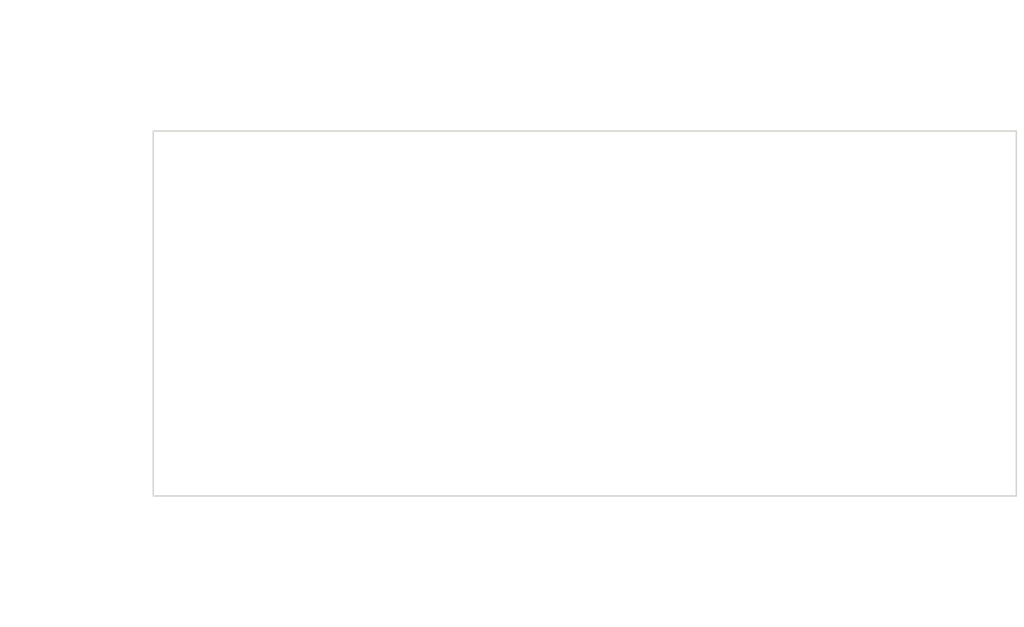
<source format=kicad_pcb>
(kicad_pcb (version 20211014) (generator pcbnew)

  (general
    (thickness 1.6)
  )

  (paper "A4")
  (layers
    (0 "F.Cu" signal)
    (31 "B.Cu" signal)
    (32 "B.Adhes" user "B.Adhesive")
    (33 "F.Adhes" user "F.Adhesive")
    (34 "B.Paste" user)
    (35 "F.Paste" user)
    (36 "B.SilkS" user "B.Silkscreen")
    (37 "F.SilkS" user "F.Silkscreen")
    (38 "B.Mask" user)
    (39 "F.Mask" user)
    (40 "Dwgs.User" user "User.Drawings")
    (41 "Cmts.User" user "User.Comments")
    (42 "Eco1.User" user "User.Eco1")
    (43 "Eco2.User" user "User.Eco2")
    (44 "Edge.Cuts" user)
    (45 "Margin" user)
    (46 "B.CrtYd" user "B.Courtyard")
    (47 "F.CrtYd" user "F.Courtyard")
    (48 "B.Fab" user)
    (49 "F.Fab" user)
    (50 "User.1" user)
    (51 "User.2" user)
    (52 "User.3" user)
    (53 "User.4" user)
    (54 "User.5" user)
    (55 "User.6" user)
    (56 "User.7" user)
    (57 "User.8" user)
    (58 "User.9" user)
  )

  (setup
    (pad_to_mask_clearance 0)
    (pcbplotparams
      (layerselection 0x00010fc_ffffffff)
      (disableapertmacros false)
      (usegerberextensions false)
      (usegerberattributes true)
      (usegerberadvancedattributes true)
      (creategerberjobfile true)
      (svguseinch false)
      (svgprecision 6)
      (excludeedgelayer true)
      (plotframeref false)
      (viasonmask false)
      (mode 1)
      (useauxorigin false)
      (hpglpennumber 1)
      (hpglpenspeed 20)
      (hpglpendiameter 15.000000)
      (dxfpolygonmode true)
      (dxfimperialunits true)
      (dxfusepcbnewfont true)
      (psnegative false)
      (psa4output false)
      (plotreference true)
      (plotvalue true)
      (plotinvisibletext false)
      (sketchpadsonfab false)
      (subtractmaskfromsilk false)
      (outputformat 1)
      (mirror false)
      (drillshape 1)
      (scaleselection 1)
      (outputdirectory "")
    )
  )

  (net 0 "")

  (gr_line (start 0.5 9) (end 60.1 9) (layer "Edge.Cuts") (width 0.1) (tstamp 344fcfc7-dd3f-4d17-95e0-70ba7315163c))
  (gr_line (start 60.1 9) (end 60.1 34.2) (layer "Edge.Cuts") (width 0.1) (tstamp 6bc4abbf-d046-4309-bfca-64fd441ddac3))
  (gr_line (start 0.5 34.2) (end 0.5 9) (layer "Edge.Cuts") (width 0.1) (tstamp 7ce5f575-6bda-4261-b8c2-f314fad343b7))
  (gr_line (start 60.1 34.2) (end 0.5 34.2) (layer "Edge.Cuts") (width 0.1) (tstamp cec8ee18-b05c-4267-a028-2f128e0df18a))
  (gr_line (start 60.6 0) (end 60.6 43.2) (layer "User.1") (width 0.1) (tstamp 14be568d-2e52-4aed-b81b-dddc75cbdd07))
  (gr_line (start 0 43.2) (end 0 0) (layer "User.1") (width 0.1) (tstamp 159574a9-ecec-48bb-adb0-3dc9e65d4e79))
  (gr_line (start 0 0) (end 60.6 0) (layer "User.1") (width 0.1) (tstamp 7a879184-fad8-4feb-afb5-86fe8d34f1f7))
  (gr_line (start 60.6 43.2) (end 0 43.2) (layer "User.1") (width 0.1) (tstamp bc3f6e1f-c81e-4889-865a-0e223a5a22e2))
  (dimension (type aligned) (layer "User.1") (tstamp 1785fcf6-6f2f-4407-8235-be85fc91edba)
    (pts (xy 0.5 34.2) (xy 0.5 9))
    (height -4.5)
    (gr_text "25.2000 mm" (at -5.15 21.6 90) (layer "User.1") (tstamp 1785fcf6-6f2f-4407-8235-be85fc91edba)
      (effects (font (size 1 1) (thickness 0.15)))
    )
    (format (units 3) (units_format 1) (precision 4))
    (style (thickness 0.1) (arrow_length 1.27) (text_position_mode 0) (extension_height 0.58642) (extension_offset 0.5) keep_text_aligned)
  )

)

</source>
